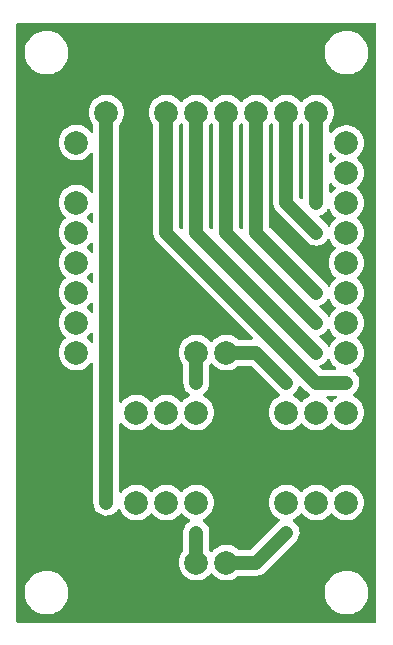
<source format=gbr>
%TF.GenerationSoftware,KiCad,Pcbnew,7.0.8*%
%TF.CreationDate,2023-10-30T13:37:48+01:00*%
%TF.ProjectId,chessbot,63686573-7362-46f7-942e-6b696361645f,rev?*%
%TF.SameCoordinates,Original*%
%TF.FileFunction,Copper,L1,Top*%
%TF.FilePolarity,Positive*%
%FSLAX46Y46*%
G04 Gerber Fmt 4.6, Leading zero omitted, Abs format (unit mm)*
G04 Created by KiCad (PCBNEW 7.0.8) date 2023-10-30 13:37:48*
%MOMM*%
%LPD*%
G01*
G04 APERTURE LIST*
%TA.AperFunction,ComponentPad*%
%ADD10C,2.000000*%
%TD*%
%TA.AperFunction,ViaPad*%
%ADD11C,0.800000*%
%TD*%
%TA.AperFunction,Conductor*%
%ADD12C,1.200000*%
%TD*%
G04 APERTURE END LIST*
D10*
%TO.P,M2,1,Pin_1*%
%TO.N,Net-(L293D1-3Y)*%
X27940000Y-40640000D03*
%TO.P,M2,2,Pin_2*%
%TO.N,Net-(L293D1-4Y)*%
X30480000Y-40640000D03*
%TD*%
%TO.P,M1,1,Pin_1*%
%TO.N,Net-(L293D1-1Y)*%
X30480000Y-58420000D03*
%TO.P,M1,2,Pin_2*%
%TO.N,Net-(L293D1-2Y)*%
X27940000Y-58420000D03*
%TD*%
%TO.P,VCC_Flash1,1,Pin_1*%
%TO.N,Net-(BT-M1-+)*%
X20320000Y-20320000D03*
%TO.P,VCC_Flash1,2,Pin_2*%
%TO.N,GND*%
X22860000Y-20320000D03*
%TO.P,VCC_Flash1,3,Pin_3*%
%TO.N,Net-(BT-ESP1-+)*%
X25400000Y-20320000D03*
%TO.P,VCC_Flash1,4,Pin_4*%
%TO.N,Net-(Conn_ESP1-Pin_8)*%
X27940000Y-20320000D03*
%TO.P,VCC_Flash1,5,Pin_5*%
%TO.N,Net-(Conn_ESP1-Pin_7)*%
X30480000Y-20320000D03*
%TO.P,VCC_Flash1,6,Pin_6*%
%TO.N,Net-(Conn_ESP1-Pin_6)*%
X33020000Y-20320000D03*
%TO.P,VCC_Flash1,7,Pin_7*%
%TO.N,Net-(Conn_ESP1-Pin_4)*%
X35560000Y-20320000D03*
%TO.P,VCC_Flash1,8,Pin_8*%
%TO.N,Net-(Conn_ESP1-Pin_3)*%
X38100000Y-20320000D03*
%TD*%
%TO.P,L293D1,1,EN1\u002C2*%
%TO.N,Net-(Conn_ESP2-Pin_4)*%
X40640000Y-53340000D03*
%TO.P,L293D1,2,1A*%
%TO.N,Net-(Conn_ESP2-Pin_1)*%
X38100000Y-53340000D03*
%TO.P,L293D1,3,1Y*%
%TO.N,Net-(L293D1-1Y)*%
X35560000Y-53340000D03*
%TO.P,L293D1,4,GND*%
%TO.N,GND*%
X33020000Y-53340000D03*
%TO.P,L293D1,5,GND*%
X30480000Y-53340000D03*
%TO.P,L293D1,6,2Y*%
%TO.N,Net-(L293D1-2Y)*%
X27940000Y-53340000D03*
%TO.P,L293D1,7,2A*%
%TO.N,Net-(Conn_ESP2-Pin_3)*%
X25400000Y-53340000D03*
%TO.P,L293D1,8,VCC2*%
%TO.N,Net-(BT-M1-+)*%
X22860000Y-53340000D03*
%TO.P,L293D1,9,EN3\u002C4*%
%TO.N,Net-(Conn_ESP2-Pin_4)*%
X22860000Y-45720000D03*
%TO.P,L293D1,10,3A*%
%TO.N,Net-(Conn_ESP2-Pin_5)*%
X25400000Y-45720000D03*
%TO.P,L293D1,11,3Y*%
%TO.N,Net-(L293D1-3Y)*%
X27940000Y-45720000D03*
%TO.P,L293D1,12,GND*%
%TO.N,GND*%
X30480000Y-45720000D03*
%TO.P,L293D1,13,GND*%
X33020000Y-45720000D03*
%TO.P,L293D1,14,4Y*%
%TO.N,Net-(L293D1-4Y)*%
X35560000Y-45720000D03*
%TO.P,L293D1,15,4A*%
%TO.N,Net-(Conn_ESP2-Pin_6)*%
X38100000Y-45720000D03*
%TO.P,L293D1,16,VCC1*%
%TO.N,Net-(BT-ESP1-+)*%
X40640000Y-45720000D03*
%TD*%
%TO.P,Conn_ESP2,1,Pin_1*%
%TO.N,Net-(Conn_ESP2-Pin_1)*%
X17780000Y-40640000D03*
%TO.P,Conn_ESP2,2,Pin_2*%
%TO.N,Net-(Conn_ESP2-Pin_2)*%
X17780000Y-38100000D03*
%TO.P,Conn_ESP2,3,Pin_3*%
%TO.N,Net-(Conn_ESP2-Pin_3)*%
X17780000Y-35560000D03*
%TO.P,Conn_ESP2,4,Pin_4*%
%TO.N,Net-(Conn_ESP2-Pin_4)*%
X17780000Y-33020000D03*
%TO.P,Conn_ESP2,5,Pin_5*%
%TO.N,Net-(Conn_ESP2-Pin_5)*%
X17780000Y-30480000D03*
%TO.P,Conn_ESP2,6,Pin_6*%
%TO.N,Net-(Conn_ESP2-Pin_6)*%
X17780000Y-27940000D03*
%TO.P,Conn_ESP2,7,Pin_7*%
%TO.N,GND*%
X17780000Y-25400000D03*
%TO.P,Conn_ESP2,8,Pin_8*%
%TO.N,Net-(BT-ESP1-+)*%
X17780000Y-22860000D03*
%TD*%
%TO.P,Conn_ESP1,1,Pin_1*%
%TO.N,unconnected-(Conn_ESP1-Pin_1-Pad1)*%
X40640000Y-22890000D03*
%TO.P,Conn_ESP1,2,Pin_2*%
%TO.N,unconnected-(Conn_ESP1-Pin_2-Pad2)*%
X40640000Y-25430000D03*
%TO.P,Conn_ESP1,3,Pin_3*%
%TO.N,Net-(Conn_ESP1-Pin_3)*%
X40640000Y-27970000D03*
%TO.P,Conn_ESP1,4,Pin_4*%
%TO.N,Net-(Conn_ESP1-Pin_4)*%
X40640000Y-30510000D03*
%TO.P,Conn_ESP1,5,Pin_5*%
%TO.N,unconnected-(Conn_ESP1-Pin_5-Pad5)*%
X40640000Y-33050000D03*
%TO.P,Conn_ESP1,6,Pin_6*%
%TO.N,Net-(Conn_ESP1-Pin_6)*%
X40640000Y-35590000D03*
%TO.P,Conn_ESP1,7,Pin_7*%
%TO.N,Net-(Conn_ESP1-Pin_7)*%
X40640000Y-38130000D03*
%TO.P,Conn_ESP1,8,Pin_8*%
%TO.N,Net-(Conn_ESP1-Pin_8)*%
X40640000Y-40670000D03*
%TD*%
D11*
%TO.N,GND*%
X22860000Y-15240000D03*
%TO.N,Net-(Conn_ESP1-Pin_6)*%
X38100000Y-35560000D03*
%TO.N,Net-(Conn_ESP1-Pin_7)*%
X38100000Y-38100000D03*
%TO.N,Net-(Conn_ESP1-Pin_3)*%
X38100000Y-27940000D03*
%TO.N,Net-(Conn_ESP1-Pin_4)*%
X38100000Y-30480000D03*
%TO.N,Net-(Conn_ESP1-Pin_8)*%
X38100000Y-40640000D03*
%TO.N,Net-(BT-ESP1-+)*%
X40640000Y-43180000D03*
X25400000Y-22860000D03*
%TO.N,Net-(BT-M1-+)*%
X20320000Y-53340000D03*
%TO.N,Net-(L293D1-4Y)*%
X35560000Y-43180000D03*
%TO.N,Net-(L293D1-3Y)*%
X27940000Y-43180000D03*
%TO.N,Net-(L293D1-2Y)*%
X27940000Y-55880000D03*
%TO.N,Net-(L293D1-1Y)*%
X35560000Y-55880000D03*
%TD*%
D12*
%TO.N,Net-(L293D1-4Y)*%
X30480000Y-40640000D02*
X33020000Y-40640000D01*
X33020000Y-40640000D02*
X35560000Y-43180000D01*
%TO.N,Net-(Conn_ESP1-Pin_8)*%
X38100000Y-40640000D02*
X27940000Y-30480000D01*
X27940000Y-30480000D02*
X27940000Y-20320000D01*
%TO.N,Net-(BT-M1-+)*%
X20320000Y-53340000D02*
X20320000Y-20320000D01*
%TO.N,Net-(Conn_ESP1-Pin_6)*%
X33020000Y-30480000D02*
X33020000Y-20320000D01*
X38100000Y-35560000D02*
X33020000Y-30480000D01*
%TO.N,Net-(Conn_ESP1-Pin_7)*%
X30480000Y-30480000D02*
X30480000Y-20320000D01*
X38100000Y-38100000D02*
X30480000Y-30480000D01*
%TO.N,Net-(Conn_ESP1-Pin_3)*%
X38100000Y-20320000D02*
X38100000Y-27940000D01*
%TO.N,Net-(Conn_ESP1-Pin_4)*%
X38100000Y-30480000D02*
X35560000Y-27940000D01*
X35560000Y-27940000D02*
X35560000Y-20320000D01*
%TO.N,Net-(BT-ESP1-+)*%
X25400000Y-22860000D02*
X25400000Y-30480000D01*
X38100000Y-43180000D02*
X40640000Y-43180000D01*
X25400000Y-30480000D02*
X38100000Y-43180000D01*
X25400000Y-22860000D02*
X25400000Y-20320000D01*
%TO.N,Net-(L293D1-3Y)*%
X27940000Y-43180000D02*
X27940000Y-40640000D01*
%TO.N,Net-(L293D1-2Y)*%
X27940000Y-58420000D02*
X27940000Y-55880000D01*
%TO.N,Net-(L293D1-1Y)*%
X33020000Y-58420000D02*
X35560000Y-55880000D01*
X30480000Y-58420000D02*
X33020000Y-58420000D01*
%TD*%
%TA.AperFunction,Conductor*%
%TO.N,GND*%
G36*
X43123039Y-12719685D02*
G01*
X43168794Y-12772489D01*
X43180000Y-12824000D01*
X43180000Y-63376000D01*
X43160315Y-63443039D01*
X43107511Y-63488794D01*
X43056000Y-63500000D01*
X12824000Y-63500000D01*
X12756961Y-63480315D01*
X12711206Y-63427511D01*
X12700000Y-63376000D01*
X12700000Y-61027763D01*
X13385787Y-61027763D01*
X13415413Y-61297013D01*
X13415415Y-61297024D01*
X13483926Y-61559082D01*
X13483928Y-61559088D01*
X13589870Y-61808390D01*
X13661998Y-61926575D01*
X13730979Y-62039605D01*
X13730986Y-62039615D01*
X13904253Y-62247819D01*
X13904259Y-62247824D01*
X14105998Y-62428582D01*
X14331910Y-62578044D01*
X14577176Y-62693020D01*
X14577183Y-62693022D01*
X14577185Y-62693023D01*
X14836557Y-62771057D01*
X14836564Y-62771058D01*
X14836569Y-62771060D01*
X15104561Y-62810500D01*
X15104566Y-62810500D01*
X15307636Y-62810500D01*
X15359133Y-62806730D01*
X15510156Y-62795677D01*
X15622758Y-62770593D01*
X15774546Y-62736782D01*
X15774548Y-62736781D01*
X15774553Y-62736780D01*
X16027558Y-62640014D01*
X16263777Y-62507441D01*
X16478177Y-62341888D01*
X16666186Y-62146881D01*
X16823799Y-61926579D01*
X16897787Y-61782669D01*
X16947649Y-61685690D01*
X16947651Y-61685684D01*
X16947656Y-61685675D01*
X17035118Y-61429305D01*
X17084319Y-61162933D01*
X17089259Y-61027763D01*
X38785787Y-61027763D01*
X38815413Y-61297013D01*
X38815415Y-61297024D01*
X38883926Y-61559082D01*
X38883928Y-61559088D01*
X38989870Y-61808390D01*
X39061998Y-61926575D01*
X39130979Y-62039605D01*
X39130986Y-62039615D01*
X39304253Y-62247819D01*
X39304259Y-62247824D01*
X39505998Y-62428582D01*
X39731910Y-62578044D01*
X39977176Y-62693020D01*
X39977183Y-62693022D01*
X39977185Y-62693023D01*
X40236557Y-62771057D01*
X40236564Y-62771058D01*
X40236569Y-62771060D01*
X40504561Y-62810500D01*
X40504566Y-62810500D01*
X40707636Y-62810500D01*
X40759133Y-62806730D01*
X40910156Y-62795677D01*
X41022758Y-62770593D01*
X41174546Y-62736782D01*
X41174548Y-62736781D01*
X41174553Y-62736780D01*
X41427558Y-62640014D01*
X41663777Y-62507441D01*
X41878177Y-62341888D01*
X42066186Y-62146881D01*
X42223799Y-61926579D01*
X42297787Y-61782669D01*
X42347649Y-61685690D01*
X42347651Y-61685684D01*
X42347656Y-61685675D01*
X42435118Y-61429305D01*
X42484319Y-61162933D01*
X42494212Y-60892235D01*
X42464586Y-60622982D01*
X42396072Y-60360912D01*
X42290130Y-60111610D01*
X42149018Y-59880390D01*
X42059747Y-59773119D01*
X41975746Y-59672180D01*
X41975740Y-59672175D01*
X41774002Y-59491418D01*
X41548092Y-59341957D01*
X41499118Y-59318999D01*
X41302824Y-59226980D01*
X41302819Y-59226978D01*
X41302814Y-59226976D01*
X41043442Y-59148942D01*
X41043428Y-59148939D01*
X40927791Y-59131921D01*
X40775439Y-59109500D01*
X40572369Y-59109500D01*
X40572364Y-59109500D01*
X40369844Y-59124323D01*
X40369831Y-59124325D01*
X40105453Y-59183217D01*
X40105446Y-59183220D01*
X39852439Y-59279987D01*
X39616226Y-59412557D01*
X39616224Y-59412558D01*
X39616223Y-59412559D01*
X39572506Y-59446316D01*
X39401822Y-59578112D01*
X39213822Y-59773109D01*
X39213816Y-59773116D01*
X39056202Y-59993419D01*
X39056199Y-59993424D01*
X38932350Y-60234309D01*
X38932343Y-60234327D01*
X38844884Y-60490685D01*
X38844881Y-60490699D01*
X38795681Y-60757068D01*
X38795680Y-60757075D01*
X38785787Y-61027763D01*
X17089259Y-61027763D01*
X17094212Y-60892235D01*
X17064586Y-60622982D01*
X16996072Y-60360912D01*
X16890130Y-60111610D01*
X16749018Y-59880390D01*
X16659747Y-59773119D01*
X16575746Y-59672180D01*
X16575740Y-59672175D01*
X16374002Y-59491418D01*
X16148092Y-59341957D01*
X16099118Y-59318999D01*
X15902824Y-59226980D01*
X15902819Y-59226978D01*
X15902814Y-59226976D01*
X15643442Y-59148942D01*
X15643428Y-59148939D01*
X15527791Y-59131921D01*
X15375439Y-59109500D01*
X15172369Y-59109500D01*
X15172364Y-59109500D01*
X14969844Y-59124323D01*
X14969831Y-59124325D01*
X14705453Y-59183217D01*
X14705446Y-59183220D01*
X14452439Y-59279987D01*
X14216226Y-59412557D01*
X14216224Y-59412558D01*
X14216223Y-59412559D01*
X14172506Y-59446316D01*
X14001822Y-59578112D01*
X13813822Y-59773109D01*
X13813816Y-59773116D01*
X13656202Y-59993419D01*
X13656199Y-59993424D01*
X13532350Y-60234309D01*
X13532343Y-60234327D01*
X13444884Y-60490685D01*
X13444881Y-60490699D01*
X13395681Y-60757068D01*
X13395680Y-60757075D01*
X13385787Y-61027763D01*
X12700000Y-61027763D01*
X12700000Y-40640005D01*
X16274357Y-40640005D01*
X16294890Y-40887812D01*
X16294892Y-40887824D01*
X16355936Y-41128881D01*
X16455826Y-41356606D01*
X16591833Y-41564782D01*
X16591836Y-41564785D01*
X16760256Y-41747738D01*
X16956491Y-41900474D01*
X17175190Y-42018828D01*
X17410386Y-42099571D01*
X17655665Y-42140500D01*
X17904335Y-42140500D01*
X18149614Y-42099571D01*
X18384810Y-42018828D01*
X18603509Y-41900474D01*
X18799744Y-41747738D01*
X18968164Y-41564785D01*
X18991691Y-41528773D01*
X19044837Y-41483417D01*
X19114068Y-41473993D01*
X19177404Y-41503494D01*
X19214736Y-41562554D01*
X19219500Y-41596595D01*
X19219500Y-53392425D01*
X19234472Y-53549218D01*
X19293684Y-53750875D01*
X19333899Y-53828881D01*
X19389991Y-53937686D01*
X19519905Y-54102883D01*
X19519909Y-54102887D01*
X19678746Y-54240521D01*
X19860750Y-54345601D01*
X19860752Y-54345601D01*
X19860756Y-54345604D01*
X20059367Y-54414344D01*
X20267398Y-54444254D01*
X20477330Y-54434254D01*
X20681576Y-54384704D01*
X20767199Y-54345601D01*
X20872743Y-54297401D01*
X20872746Y-54297399D01*
X20872753Y-54297396D01*
X21043952Y-54175486D01*
X21113179Y-54102883D01*
X21188987Y-54023377D01*
X21261467Y-53910597D01*
X21314271Y-53864842D01*
X21383429Y-53854898D01*
X21446985Y-53883923D01*
X21479338Y-53927826D01*
X21535826Y-54056606D01*
X21671833Y-54264782D01*
X21671836Y-54264785D01*
X21840256Y-54447738D01*
X22036491Y-54600474D01*
X22255190Y-54718828D01*
X22490386Y-54799571D01*
X22735665Y-54840500D01*
X22984335Y-54840500D01*
X23229614Y-54799571D01*
X23464810Y-54718828D01*
X23683509Y-54600474D01*
X23879744Y-54447738D01*
X24038771Y-54274988D01*
X24098657Y-54238999D01*
X24168495Y-54241099D01*
X24221228Y-54274988D01*
X24380256Y-54447738D01*
X24576491Y-54600474D01*
X24795190Y-54718828D01*
X25030386Y-54799571D01*
X25275665Y-54840500D01*
X25524335Y-54840500D01*
X25769614Y-54799571D01*
X26004810Y-54718828D01*
X26223509Y-54600474D01*
X26419744Y-54447738D01*
X26578771Y-54274988D01*
X26638657Y-54238999D01*
X26708495Y-54241099D01*
X26761228Y-54274988D01*
X26920256Y-54447738D01*
X27116491Y-54600474D01*
X27335190Y-54718828D01*
X27335201Y-54718831D01*
X27339885Y-54720887D01*
X27339461Y-54721851D01*
X27392212Y-54759215D01*
X27418343Y-54824014D01*
X27405294Y-54892654D01*
X27366862Y-54937119D01*
X27216052Y-55044509D01*
X27216040Y-55044520D01*
X27071014Y-55196620D01*
X26957388Y-55373425D01*
X26879274Y-55568544D01*
X26839500Y-55774914D01*
X26839500Y-57351600D01*
X26819815Y-57418639D01*
X26806731Y-57435582D01*
X26751834Y-57495217D01*
X26615826Y-57703393D01*
X26515936Y-57931118D01*
X26454892Y-58172175D01*
X26454890Y-58172187D01*
X26434357Y-58419994D01*
X26434357Y-58420005D01*
X26454890Y-58667812D01*
X26454892Y-58667824D01*
X26515936Y-58908881D01*
X26615826Y-59136606D01*
X26751833Y-59344782D01*
X26751836Y-59344785D01*
X26920256Y-59527738D01*
X27116491Y-59680474D01*
X27335190Y-59798828D01*
X27570386Y-59879571D01*
X27815665Y-59920500D01*
X28064335Y-59920500D01*
X28309614Y-59879571D01*
X28544810Y-59798828D01*
X28763509Y-59680474D01*
X28959744Y-59527738D01*
X29118771Y-59354988D01*
X29178657Y-59318999D01*
X29248495Y-59321099D01*
X29301228Y-59354988D01*
X29460256Y-59527738D01*
X29656491Y-59680474D01*
X29875190Y-59798828D01*
X30110386Y-59879571D01*
X30355665Y-59920500D01*
X30604335Y-59920500D01*
X30849614Y-59879571D01*
X31084810Y-59798828D01*
X31303509Y-59680474D01*
X31475451Y-59546645D01*
X31540445Y-59521004D01*
X31551613Y-59520500D01*
X32917763Y-59520500D01*
X32938326Y-59522216D01*
X32941134Y-59522689D01*
X33031086Y-59520547D01*
X33033085Y-59520500D01*
X33072417Y-59520500D01*
X33072425Y-59520500D01*
X33072434Y-59520499D01*
X33072436Y-59520499D01*
X33073305Y-59520415D01*
X33083291Y-59519462D01*
X33087692Y-59519199D01*
X33151245Y-59517687D01*
X33186260Y-59510069D01*
X33193536Y-59508934D01*
X33229218Y-59505528D01*
X33290232Y-59487611D01*
X33294488Y-59486525D01*
X33356612Y-59473013D01*
X33389557Y-59458904D01*
X33396488Y-59456412D01*
X33430875Y-59446316D01*
X33487385Y-59417182D01*
X33491375Y-59415303D01*
X33505795Y-59409127D01*
X33549812Y-59390279D01*
X33579495Y-59370187D01*
X33585815Y-59366438D01*
X33617682Y-59350011D01*
X33667663Y-59310702D01*
X33671221Y-59308105D01*
X33723865Y-59272477D01*
X33749211Y-59247129D01*
X33754720Y-59242240D01*
X33782886Y-59220092D01*
X33782888Y-59220088D01*
X33782890Y-59220088D01*
X33814838Y-59183217D01*
X33824524Y-59172038D01*
X33827506Y-59168834D01*
X36375241Y-56621101D01*
X36475523Y-56499645D01*
X36576247Y-56315183D01*
X36640242Y-56114992D01*
X36665192Y-55906309D01*
X36650199Y-55696674D01*
X36595804Y-55493665D01*
X36503971Y-55304620D01*
X36378020Y-55136370D01*
X36222505Y-54994997D01*
X36222502Y-54994995D01*
X36222501Y-54994994D01*
X36137341Y-54943086D01*
X36090342Y-54891386D01*
X36078756Y-54822483D01*
X36106260Y-54758255D01*
X36160141Y-54720948D01*
X36160115Y-54720887D01*
X36160429Y-54720748D01*
X36161624Y-54719921D01*
X36164810Y-54718828D01*
X36383509Y-54600474D01*
X36579744Y-54447738D01*
X36738771Y-54274988D01*
X36798657Y-54238999D01*
X36868495Y-54241099D01*
X36921228Y-54274988D01*
X37080256Y-54447738D01*
X37276491Y-54600474D01*
X37495190Y-54718828D01*
X37730386Y-54799571D01*
X37975665Y-54840500D01*
X38224335Y-54840500D01*
X38469614Y-54799571D01*
X38704810Y-54718828D01*
X38923509Y-54600474D01*
X39119744Y-54447738D01*
X39278771Y-54274988D01*
X39338657Y-54238999D01*
X39408495Y-54241099D01*
X39461228Y-54274988D01*
X39620256Y-54447738D01*
X39816491Y-54600474D01*
X40035190Y-54718828D01*
X40270386Y-54799571D01*
X40515665Y-54840500D01*
X40764335Y-54840500D01*
X41009614Y-54799571D01*
X41244810Y-54718828D01*
X41463509Y-54600474D01*
X41659744Y-54447738D01*
X41828164Y-54264785D01*
X41964173Y-54056607D01*
X42064063Y-53828881D01*
X42125108Y-53587821D01*
X42125109Y-53587812D01*
X42145643Y-53340005D01*
X42145643Y-53339994D01*
X42125109Y-53092187D01*
X42125107Y-53092175D01*
X42064063Y-52851118D01*
X41964173Y-52623393D01*
X41828166Y-52415217D01*
X41798880Y-52383404D01*
X41659744Y-52232262D01*
X41463509Y-52079526D01*
X41463507Y-52079525D01*
X41463506Y-52079524D01*
X41244811Y-51961172D01*
X41244802Y-51961169D01*
X41009616Y-51880429D01*
X40764335Y-51839500D01*
X40515665Y-51839500D01*
X40270383Y-51880429D01*
X40035197Y-51961169D01*
X40035188Y-51961172D01*
X39816493Y-52079524D01*
X39620257Y-52232261D01*
X39461230Y-52405010D01*
X39401342Y-52441001D01*
X39331504Y-52438900D01*
X39278770Y-52405010D01*
X39239108Y-52361926D01*
X39119744Y-52232262D01*
X38923509Y-52079526D01*
X38923507Y-52079525D01*
X38923506Y-52079524D01*
X38704811Y-51961172D01*
X38704802Y-51961169D01*
X38469616Y-51880429D01*
X38224335Y-51839500D01*
X37975665Y-51839500D01*
X37730383Y-51880429D01*
X37495197Y-51961169D01*
X37495188Y-51961172D01*
X37276493Y-52079524D01*
X37080257Y-52232261D01*
X36921230Y-52405010D01*
X36861342Y-52441001D01*
X36791504Y-52438900D01*
X36738770Y-52405010D01*
X36699108Y-52361926D01*
X36579744Y-52232262D01*
X36383509Y-52079526D01*
X36383507Y-52079525D01*
X36383506Y-52079524D01*
X36164811Y-51961172D01*
X36164802Y-51961169D01*
X35929616Y-51880429D01*
X35684335Y-51839500D01*
X35435665Y-51839500D01*
X35190383Y-51880429D01*
X34955197Y-51961169D01*
X34955188Y-51961172D01*
X34736493Y-52079524D01*
X34540257Y-52232261D01*
X34371833Y-52415217D01*
X34235826Y-52623393D01*
X34135936Y-52851118D01*
X34074892Y-53092175D01*
X34074890Y-53092187D01*
X34054357Y-53339994D01*
X34054357Y-53340005D01*
X34074890Y-53587812D01*
X34074892Y-53587824D01*
X34135936Y-53828881D01*
X34235826Y-54056606D01*
X34371833Y-54264782D01*
X34371836Y-54264785D01*
X34540256Y-54447738D01*
X34736491Y-54600474D01*
X34955190Y-54718828D01*
X34957036Y-54719461D01*
X34957687Y-54719923D01*
X34959885Y-54720887D01*
X34959686Y-54721339D01*
X35014053Y-54759843D01*
X35040188Y-54824641D01*
X35027141Y-54893282D01*
X34986283Y-54939435D01*
X34856144Y-55027515D01*
X34856132Y-55027525D01*
X32600477Y-57283181D01*
X32539154Y-57316666D01*
X32512796Y-57319500D01*
X31551613Y-57319500D01*
X31484574Y-57299815D01*
X31475451Y-57293354D01*
X31303506Y-57159524D01*
X31084811Y-57041172D01*
X31084802Y-57041169D01*
X30849616Y-56960429D01*
X30604335Y-56919500D01*
X30355665Y-56919500D01*
X30110383Y-56960429D01*
X29875197Y-57041169D01*
X29875188Y-57041172D01*
X29656493Y-57159524D01*
X29460255Y-57312262D01*
X29460252Y-57312265D01*
X29301228Y-57485011D01*
X29241341Y-57521002D01*
X29171503Y-57518901D01*
X29118769Y-57485010D01*
X29095775Y-57460031D01*
X29073269Y-57435582D01*
X29042348Y-57372927D01*
X29040500Y-57351601D01*
X29040500Y-55827580D01*
X29040500Y-55827575D01*
X29025528Y-55670782D01*
X28966316Y-55469125D01*
X28870011Y-55282318D01*
X28870009Y-55282316D01*
X28870008Y-55282313D01*
X28740094Y-55117116D01*
X28740090Y-55117112D01*
X28581253Y-54979478D01*
X28520475Y-54944388D01*
X28472259Y-54893821D01*
X28459037Y-54825214D01*
X28485005Y-54760349D01*
X28540188Y-54721053D01*
X28540115Y-54720887D01*
X28540914Y-54720536D01*
X28541919Y-54719821D01*
X28542066Y-54719769D01*
X28544810Y-54718828D01*
X28763509Y-54600474D01*
X28959744Y-54447738D01*
X29128164Y-54264785D01*
X29264173Y-54056607D01*
X29364063Y-53828881D01*
X29425108Y-53587821D01*
X29425109Y-53587812D01*
X29445643Y-53340005D01*
X29445643Y-53339994D01*
X29425109Y-53092187D01*
X29425107Y-53092175D01*
X29364063Y-52851118D01*
X29264173Y-52623393D01*
X29128166Y-52415217D01*
X29098880Y-52383404D01*
X28959744Y-52232262D01*
X28763509Y-52079526D01*
X28763507Y-52079525D01*
X28763506Y-52079524D01*
X28544811Y-51961172D01*
X28544802Y-51961169D01*
X28309616Y-51880429D01*
X28064335Y-51839500D01*
X27815665Y-51839500D01*
X27570383Y-51880429D01*
X27335197Y-51961169D01*
X27335188Y-51961172D01*
X27116493Y-52079524D01*
X26920257Y-52232261D01*
X26761230Y-52405010D01*
X26701342Y-52441001D01*
X26631504Y-52438900D01*
X26578770Y-52405010D01*
X26539108Y-52361926D01*
X26419744Y-52232262D01*
X26223509Y-52079526D01*
X26223507Y-52079525D01*
X26223506Y-52079524D01*
X26004811Y-51961172D01*
X26004802Y-51961169D01*
X25769616Y-51880429D01*
X25524335Y-51839500D01*
X25275665Y-51839500D01*
X25030383Y-51880429D01*
X24795197Y-51961169D01*
X24795188Y-51961172D01*
X24576493Y-52079524D01*
X24380257Y-52232261D01*
X24221230Y-52405010D01*
X24161342Y-52441001D01*
X24091504Y-52438900D01*
X24038770Y-52405010D01*
X23999108Y-52361926D01*
X23879744Y-52232262D01*
X23683509Y-52079526D01*
X23683507Y-52079525D01*
X23683506Y-52079524D01*
X23464811Y-51961172D01*
X23464802Y-51961169D01*
X23229616Y-51880429D01*
X22984335Y-51839500D01*
X22735665Y-51839500D01*
X22490383Y-51880429D01*
X22255197Y-51961169D01*
X22255188Y-51961172D01*
X22036493Y-52079524D01*
X21840257Y-52232261D01*
X21671836Y-52415215D01*
X21648309Y-52451226D01*
X21595162Y-52496582D01*
X21525931Y-52506006D01*
X21462595Y-52476504D01*
X21425264Y-52417443D01*
X21420500Y-52383404D01*
X21420500Y-46676595D01*
X21440185Y-46609556D01*
X21492989Y-46563801D01*
X21562147Y-46553857D01*
X21625703Y-46582882D01*
X21648308Y-46608773D01*
X21671836Y-46644785D01*
X21840256Y-46827738D01*
X22036491Y-46980474D01*
X22255190Y-47098828D01*
X22490386Y-47179571D01*
X22735665Y-47220500D01*
X22984335Y-47220500D01*
X23229614Y-47179571D01*
X23464810Y-47098828D01*
X23683509Y-46980474D01*
X23879744Y-46827738D01*
X24038771Y-46654988D01*
X24098657Y-46618999D01*
X24168495Y-46621099D01*
X24221228Y-46654988D01*
X24380256Y-46827738D01*
X24576491Y-46980474D01*
X24795190Y-47098828D01*
X25030386Y-47179571D01*
X25275665Y-47220500D01*
X25524335Y-47220500D01*
X25769614Y-47179571D01*
X26004810Y-47098828D01*
X26223509Y-46980474D01*
X26419744Y-46827738D01*
X26578771Y-46654988D01*
X26638657Y-46618999D01*
X26708495Y-46621099D01*
X26761228Y-46654988D01*
X26920256Y-46827738D01*
X27116491Y-46980474D01*
X27335190Y-47098828D01*
X27570386Y-47179571D01*
X27815665Y-47220500D01*
X28064335Y-47220500D01*
X28309614Y-47179571D01*
X28544810Y-47098828D01*
X28763509Y-46980474D01*
X28959744Y-46827738D01*
X29128164Y-46644785D01*
X29264173Y-46436607D01*
X29364063Y-46208881D01*
X29425108Y-45967821D01*
X29445643Y-45720000D01*
X29425108Y-45472179D01*
X29364063Y-45231119D01*
X29264173Y-45003393D01*
X29168206Y-44856504D01*
X29128166Y-44795217D01*
X29098880Y-44763404D01*
X28959744Y-44612262D01*
X28763509Y-44459526D01*
X28763507Y-44459525D01*
X28763506Y-44459524D01*
X28544811Y-44341172D01*
X28544798Y-44341167D01*
X28544789Y-44341164D01*
X28544785Y-44341161D01*
X28540115Y-44339113D01*
X28540536Y-44338151D01*
X28487778Y-44300773D01*
X28461654Y-44235970D01*
X28474712Y-44167332D01*
X28513135Y-44122881D01*
X28663952Y-44015486D01*
X28683256Y-43995241D01*
X28808985Y-43863379D01*
X28864057Y-43777686D01*
X28922613Y-43686572D01*
X29000725Y-43491457D01*
X29040500Y-43285085D01*
X29040500Y-41708398D01*
X29060185Y-41641359D01*
X29073270Y-41624415D01*
X29118771Y-41574988D01*
X29178657Y-41538998D01*
X29248496Y-41541099D01*
X29301228Y-41574988D01*
X29460256Y-41747738D01*
X29656491Y-41900474D01*
X29875190Y-42018828D01*
X30110386Y-42099571D01*
X30355665Y-42140500D01*
X30604335Y-42140500D01*
X30849614Y-42099571D01*
X31084810Y-42018828D01*
X31303509Y-41900474D01*
X31475451Y-41766645D01*
X31540445Y-41741004D01*
X31551613Y-41740500D01*
X32512796Y-41740500D01*
X32579835Y-41760185D01*
X32600477Y-41776819D01*
X34818895Y-43995238D01*
X34818903Y-43995245D01*
X34940350Y-44095520D01*
X34940353Y-44095521D01*
X34940355Y-44095523D01*
X34975444Y-44114683D01*
X35024850Y-44164088D01*
X35039702Y-44232360D01*
X35015285Y-44297825D01*
X34959352Y-44339697D01*
X34956300Y-44340790D01*
X34955201Y-44341167D01*
X34955188Y-44341172D01*
X34736493Y-44459524D01*
X34540257Y-44612261D01*
X34371833Y-44795217D01*
X34235826Y-45003393D01*
X34135936Y-45231118D01*
X34074892Y-45472175D01*
X34074890Y-45472187D01*
X34054357Y-45719994D01*
X34054357Y-45720005D01*
X34074890Y-45967812D01*
X34074892Y-45967824D01*
X34135936Y-46208881D01*
X34235826Y-46436606D01*
X34371833Y-46644782D01*
X34371836Y-46644785D01*
X34540256Y-46827738D01*
X34736491Y-46980474D01*
X34955190Y-47098828D01*
X35190386Y-47179571D01*
X35435665Y-47220500D01*
X35684335Y-47220500D01*
X35929614Y-47179571D01*
X36164810Y-47098828D01*
X36383509Y-46980474D01*
X36579744Y-46827738D01*
X36738771Y-46654988D01*
X36798657Y-46618999D01*
X36868495Y-46621099D01*
X36921228Y-46654988D01*
X37080256Y-46827738D01*
X37276491Y-46980474D01*
X37495190Y-47098828D01*
X37730386Y-47179571D01*
X37975665Y-47220500D01*
X38224335Y-47220500D01*
X38469614Y-47179571D01*
X38704810Y-47098828D01*
X38923509Y-46980474D01*
X39119744Y-46827738D01*
X39278771Y-46654988D01*
X39338657Y-46618999D01*
X39408495Y-46621099D01*
X39461228Y-46654988D01*
X39620256Y-46827738D01*
X39816491Y-46980474D01*
X40035190Y-47098828D01*
X40270386Y-47179571D01*
X40515665Y-47220500D01*
X40764335Y-47220500D01*
X41009614Y-47179571D01*
X41244810Y-47098828D01*
X41463509Y-46980474D01*
X41659744Y-46827738D01*
X41828164Y-46644785D01*
X41964173Y-46436607D01*
X42064063Y-46208881D01*
X42125108Y-45967821D01*
X42145643Y-45720000D01*
X42125108Y-45472179D01*
X42064063Y-45231119D01*
X41964173Y-45003393D01*
X41868206Y-44856504D01*
X41828166Y-44795217D01*
X41798880Y-44763404D01*
X41659744Y-44612262D01*
X41463509Y-44459526D01*
X41463507Y-44459525D01*
X41463506Y-44459524D01*
X41244811Y-44341172D01*
X41240115Y-44339113D01*
X41240709Y-44337758D01*
X41189190Y-44301268D01*
X41163058Y-44236469D01*
X41176106Y-44167829D01*
X41224193Y-44117140D01*
X41229640Y-44114156D01*
X41237682Y-44110011D01*
X41402886Y-43980092D01*
X41540519Y-43821256D01*
X41645604Y-43639244D01*
X41714344Y-43440633D01*
X41744254Y-43232602D01*
X41734254Y-43022670D01*
X41684704Y-42818424D01*
X41684701Y-42818417D01*
X41597401Y-42627256D01*
X41597398Y-42627251D01*
X41597397Y-42627250D01*
X41597396Y-42627247D01*
X41475486Y-42456048D01*
X41475484Y-42456046D01*
X41475479Y-42456040D01*
X41323379Y-42311014D01*
X41242559Y-42259074D01*
X41196804Y-42206270D01*
X41186861Y-42137112D01*
X41215886Y-42073556D01*
X41250580Y-42045705D01*
X41463509Y-41930474D01*
X41659744Y-41777738D01*
X41828164Y-41594785D01*
X41964173Y-41386607D01*
X42064063Y-41158881D01*
X42125108Y-40917821D01*
X42145643Y-40670000D01*
X42143157Y-40640000D01*
X42125109Y-40422187D01*
X42125107Y-40422175D01*
X42064063Y-40181118D01*
X41964173Y-39953393D01*
X41828166Y-39745217D01*
X41771263Y-39683404D01*
X41659744Y-39562262D01*
X41576991Y-39497852D01*
X41536179Y-39441143D01*
X41532504Y-39371370D01*
X41567136Y-39310687D01*
X41576985Y-39302151D01*
X41659744Y-39237738D01*
X41828164Y-39054785D01*
X41964173Y-38846607D01*
X42064063Y-38618881D01*
X42125108Y-38377821D01*
X42145643Y-38130000D01*
X42143157Y-38100000D01*
X42125109Y-37882187D01*
X42125107Y-37882175D01*
X42064063Y-37641118D01*
X41964173Y-37413393D01*
X41828166Y-37205217D01*
X41771263Y-37143404D01*
X41659744Y-37022262D01*
X41576991Y-36957852D01*
X41536179Y-36901143D01*
X41532504Y-36831370D01*
X41567136Y-36770687D01*
X41576985Y-36762151D01*
X41659744Y-36697738D01*
X41828164Y-36514785D01*
X41964173Y-36306607D01*
X42064063Y-36078881D01*
X42125108Y-35837821D01*
X42145643Y-35590000D01*
X42143157Y-35560000D01*
X42125109Y-35342187D01*
X42125107Y-35342175D01*
X42064063Y-35101118D01*
X41964173Y-34873393D01*
X41828166Y-34665217D01*
X41771263Y-34603404D01*
X41659744Y-34482262D01*
X41576991Y-34417852D01*
X41536179Y-34361143D01*
X41532504Y-34291370D01*
X41567136Y-34230687D01*
X41576985Y-34222151D01*
X41659744Y-34157738D01*
X41828164Y-33974785D01*
X41964173Y-33766607D01*
X42064063Y-33538881D01*
X42125108Y-33297821D01*
X42145643Y-33050000D01*
X42143157Y-33020000D01*
X42125109Y-32802187D01*
X42125107Y-32802175D01*
X42064063Y-32561118D01*
X41964173Y-32333393D01*
X41828166Y-32125217D01*
X41771263Y-32063404D01*
X41659744Y-31942262D01*
X41576991Y-31877852D01*
X41536179Y-31821143D01*
X41532504Y-31751370D01*
X41567136Y-31690687D01*
X41576985Y-31682151D01*
X41659744Y-31617738D01*
X41828164Y-31434785D01*
X41964173Y-31226607D01*
X42064063Y-30998881D01*
X42125108Y-30757821D01*
X42125109Y-30757812D01*
X42145643Y-30510005D01*
X42145643Y-30509994D01*
X42125109Y-30262187D01*
X42125107Y-30262175D01*
X42064063Y-30021118D01*
X41964173Y-29793393D01*
X41828166Y-29585217D01*
X41771263Y-29523404D01*
X41659744Y-29402262D01*
X41576991Y-29337852D01*
X41536179Y-29281143D01*
X41532504Y-29211370D01*
X41567136Y-29150687D01*
X41576985Y-29142151D01*
X41659744Y-29077738D01*
X41828164Y-28894785D01*
X41964173Y-28686607D01*
X42064063Y-28458881D01*
X42125108Y-28217821D01*
X42125109Y-28217812D01*
X42145643Y-27970005D01*
X42145643Y-27969994D01*
X42125109Y-27722187D01*
X42125107Y-27722175D01*
X42064063Y-27481118D01*
X41964173Y-27253393D01*
X41828166Y-27045217D01*
X41771263Y-26983404D01*
X41659744Y-26862262D01*
X41576991Y-26797852D01*
X41536179Y-26741143D01*
X41532504Y-26671370D01*
X41567136Y-26610687D01*
X41576985Y-26602151D01*
X41659744Y-26537738D01*
X41828164Y-26354785D01*
X41964173Y-26146607D01*
X42064063Y-25918881D01*
X42125108Y-25677821D01*
X42145643Y-25430000D01*
X42125108Y-25182179D01*
X42064063Y-24941119D01*
X41964173Y-24713393D01*
X41868206Y-24566504D01*
X41828166Y-24505217D01*
X41798880Y-24473404D01*
X41659744Y-24322262D01*
X41576991Y-24257852D01*
X41536179Y-24201143D01*
X41532504Y-24131370D01*
X41567136Y-24070687D01*
X41576985Y-24062151D01*
X41659744Y-23997738D01*
X41828164Y-23814785D01*
X41964173Y-23606607D01*
X42064063Y-23378881D01*
X42125108Y-23137821D01*
X42145643Y-22890000D01*
X42143157Y-22860000D01*
X42125109Y-22642187D01*
X42125107Y-22642175D01*
X42064063Y-22401118D01*
X41964173Y-22173393D01*
X41828166Y-21965217D01*
X41771263Y-21903404D01*
X41659744Y-21782262D01*
X41463509Y-21629526D01*
X41463507Y-21629525D01*
X41463506Y-21629524D01*
X41244811Y-21511172D01*
X41244802Y-21511169D01*
X41009616Y-21430429D01*
X40764335Y-21389500D01*
X40515665Y-21389500D01*
X40270383Y-21430429D01*
X40035197Y-21511169D01*
X40035188Y-21511172D01*
X39816493Y-21629524D01*
X39658801Y-21752261D01*
X39620256Y-21782262D01*
X39451836Y-21965215D01*
X39430994Y-21997117D01*
X39428309Y-22001226D01*
X39375162Y-22046582D01*
X39305931Y-22056006D01*
X39242595Y-22026504D01*
X39205264Y-21967443D01*
X39200500Y-21933404D01*
X39200500Y-21388398D01*
X39220185Y-21321359D01*
X39233271Y-21304415D01*
X39288163Y-21244786D01*
X39288164Y-21244785D01*
X39424173Y-21036607D01*
X39524063Y-20808881D01*
X39585108Y-20567821D01*
X39605643Y-20320000D01*
X39585108Y-20072179D01*
X39524063Y-19831119D01*
X39424173Y-19603393D01*
X39305011Y-19421001D01*
X39288166Y-19395217D01*
X39266557Y-19371744D01*
X39119744Y-19212262D01*
X38923509Y-19059526D01*
X38923507Y-19059525D01*
X38923506Y-19059524D01*
X38704811Y-18941172D01*
X38704802Y-18941169D01*
X38469616Y-18860429D01*
X38224335Y-18819500D01*
X37975665Y-18819500D01*
X37730383Y-18860429D01*
X37495197Y-18941169D01*
X37495188Y-18941172D01*
X37276493Y-19059524D01*
X37080257Y-19212261D01*
X36921230Y-19385010D01*
X36861342Y-19421001D01*
X36791504Y-19418900D01*
X36738770Y-19385010D01*
X36699108Y-19341926D01*
X36579744Y-19212262D01*
X36383509Y-19059526D01*
X36383507Y-19059525D01*
X36383506Y-19059524D01*
X36164811Y-18941172D01*
X36164802Y-18941169D01*
X35929616Y-18860429D01*
X35684335Y-18819500D01*
X35435665Y-18819500D01*
X35190383Y-18860429D01*
X34955197Y-18941169D01*
X34955188Y-18941172D01*
X34736493Y-19059524D01*
X34540257Y-19212261D01*
X34381230Y-19385010D01*
X34321342Y-19421001D01*
X34251504Y-19418900D01*
X34198770Y-19385010D01*
X34159108Y-19341926D01*
X34039744Y-19212262D01*
X33843509Y-19059526D01*
X33843507Y-19059525D01*
X33843506Y-19059524D01*
X33624811Y-18941172D01*
X33624802Y-18941169D01*
X33389616Y-18860429D01*
X33144335Y-18819500D01*
X32895665Y-18819500D01*
X32650383Y-18860429D01*
X32415197Y-18941169D01*
X32415188Y-18941172D01*
X32196493Y-19059524D01*
X32000257Y-19212261D01*
X31841230Y-19385010D01*
X31781342Y-19421001D01*
X31711504Y-19418900D01*
X31658770Y-19385010D01*
X31619108Y-19341926D01*
X31499744Y-19212262D01*
X31303509Y-19059526D01*
X31303507Y-19059525D01*
X31303506Y-19059524D01*
X31084811Y-18941172D01*
X31084802Y-18941169D01*
X30849616Y-18860429D01*
X30604335Y-18819500D01*
X30355665Y-18819500D01*
X30110383Y-18860429D01*
X29875197Y-18941169D01*
X29875188Y-18941172D01*
X29656493Y-19059524D01*
X29460257Y-19212261D01*
X29301230Y-19385010D01*
X29241342Y-19421001D01*
X29171504Y-19418900D01*
X29118770Y-19385010D01*
X29079108Y-19341926D01*
X28959744Y-19212262D01*
X28763509Y-19059526D01*
X28763507Y-19059525D01*
X28763506Y-19059524D01*
X28544811Y-18941172D01*
X28544802Y-18941169D01*
X28309616Y-18860429D01*
X28064335Y-18819500D01*
X27815665Y-18819500D01*
X27570383Y-18860429D01*
X27335197Y-18941169D01*
X27335188Y-18941172D01*
X27116493Y-19059524D01*
X26920257Y-19212261D01*
X26761230Y-19385010D01*
X26701342Y-19421001D01*
X26631504Y-19418900D01*
X26578770Y-19385010D01*
X26539108Y-19341926D01*
X26419744Y-19212262D01*
X26223509Y-19059526D01*
X26223507Y-19059525D01*
X26223506Y-19059524D01*
X26004811Y-18941172D01*
X26004802Y-18941169D01*
X25769616Y-18860429D01*
X25524335Y-18819500D01*
X25275665Y-18819500D01*
X25030383Y-18860429D01*
X24795197Y-18941169D01*
X24795188Y-18941172D01*
X24576493Y-19059524D01*
X24380257Y-19212261D01*
X24211833Y-19395217D01*
X24075826Y-19603393D01*
X23975936Y-19831118D01*
X23914892Y-20072175D01*
X23914890Y-20072187D01*
X23894357Y-20319994D01*
X23894357Y-20320005D01*
X23914890Y-20567812D01*
X23914892Y-20567824D01*
X23975936Y-20808881D01*
X24075826Y-21036606D01*
X24211836Y-21244786D01*
X24266729Y-21304415D01*
X24297652Y-21367069D01*
X24299500Y-21388398D01*
X24299500Y-30377763D01*
X24297783Y-30398328D01*
X24297311Y-30401130D01*
X24297311Y-30401133D01*
X24299500Y-30493083D01*
X24299500Y-30532420D01*
X24300536Y-30543287D01*
X24300799Y-30547700D01*
X24302206Y-30606793D01*
X24302313Y-30611245D01*
X24309931Y-30646267D01*
X24311064Y-30653535D01*
X24314472Y-30689217D01*
X24314473Y-30689225D01*
X24332380Y-30750209D01*
X24333475Y-30754498D01*
X24346985Y-30816608D01*
X24346988Y-30816615D01*
X24361093Y-30849556D01*
X24363589Y-30856498D01*
X24373681Y-30890869D01*
X24373683Y-30890874D01*
X24402814Y-30947381D01*
X24404696Y-30951375D01*
X24412193Y-30968881D01*
X24429718Y-31009807D01*
X24429721Y-31009812D01*
X24449807Y-31039489D01*
X24453568Y-31045829D01*
X24469988Y-31077681D01*
X24509289Y-31127656D01*
X24511896Y-31131225D01*
X24531370Y-31159999D01*
X24547520Y-31183861D01*
X24547526Y-31183868D01*
X24572859Y-31209201D01*
X24577758Y-31214721D01*
X24599905Y-31242883D01*
X24599909Y-31242887D01*
X24647951Y-31284516D01*
X24651191Y-31287533D01*
X32691477Y-39327819D01*
X32724962Y-39389142D01*
X32719978Y-39458834D01*
X32678106Y-39514767D01*
X32612642Y-39539184D01*
X32603796Y-39539500D01*
X31551613Y-39539500D01*
X31484574Y-39519815D01*
X31475451Y-39513354D01*
X31382674Y-39441143D01*
X31303509Y-39379526D01*
X31303507Y-39379525D01*
X31303506Y-39379524D01*
X31084811Y-39261172D01*
X31084802Y-39261169D01*
X30849616Y-39180429D01*
X30604335Y-39139500D01*
X30355665Y-39139500D01*
X30110383Y-39180429D01*
X29875197Y-39261169D01*
X29875188Y-39261172D01*
X29656493Y-39379524D01*
X29460257Y-39532261D01*
X29301230Y-39705010D01*
X29241342Y-39741001D01*
X29171504Y-39738900D01*
X29118770Y-39705010D01*
X29079108Y-39661926D01*
X28959744Y-39532262D01*
X28763509Y-39379526D01*
X28763507Y-39379525D01*
X28763506Y-39379524D01*
X28544811Y-39261172D01*
X28544802Y-39261169D01*
X28309616Y-39180429D01*
X28064335Y-39139500D01*
X27815665Y-39139500D01*
X27570383Y-39180429D01*
X27335197Y-39261169D01*
X27335188Y-39261172D01*
X27116493Y-39379524D01*
X26920257Y-39532261D01*
X26751833Y-39715217D01*
X26615826Y-39923393D01*
X26515936Y-40151118D01*
X26454892Y-40392175D01*
X26454890Y-40392187D01*
X26434357Y-40639994D01*
X26434357Y-40640005D01*
X26454890Y-40887812D01*
X26454892Y-40887824D01*
X26515936Y-41128881D01*
X26615826Y-41356606D01*
X26751836Y-41564786D01*
X26806729Y-41624415D01*
X26837652Y-41687069D01*
X26839500Y-41708398D01*
X26839500Y-43232425D01*
X26854472Y-43389218D01*
X26913684Y-43590875D01*
X26963019Y-43686572D01*
X27009991Y-43777686D01*
X27139905Y-43942883D01*
X27139909Y-43942887D01*
X27298746Y-44080521D01*
X27359524Y-44115611D01*
X27407740Y-44166178D01*
X27420963Y-44234785D01*
X27394995Y-44299650D01*
X27339811Y-44338945D01*
X27339885Y-44339113D01*
X27339081Y-44339465D01*
X27338081Y-44340178D01*
X27337802Y-44340274D01*
X27335203Y-44341166D01*
X27335188Y-44341172D01*
X27116493Y-44459524D01*
X26920257Y-44612261D01*
X26761230Y-44785010D01*
X26701342Y-44821001D01*
X26631504Y-44818900D01*
X26578770Y-44785010D01*
X26539108Y-44741926D01*
X26419744Y-44612262D01*
X26223509Y-44459526D01*
X26223507Y-44459525D01*
X26223506Y-44459524D01*
X26004811Y-44341172D01*
X26004802Y-44341169D01*
X25769616Y-44260429D01*
X25524335Y-44219500D01*
X25275665Y-44219500D01*
X25030383Y-44260429D01*
X24795197Y-44341169D01*
X24795188Y-44341172D01*
X24576493Y-44459524D01*
X24380257Y-44612261D01*
X24221230Y-44785010D01*
X24161342Y-44821001D01*
X24091504Y-44818900D01*
X24038770Y-44785010D01*
X23999108Y-44741926D01*
X23879744Y-44612262D01*
X23683509Y-44459526D01*
X23683507Y-44459525D01*
X23683506Y-44459524D01*
X23464811Y-44341172D01*
X23464802Y-44341169D01*
X23229616Y-44260429D01*
X22984335Y-44219500D01*
X22735665Y-44219500D01*
X22490383Y-44260429D01*
X22255197Y-44341169D01*
X22255188Y-44341172D01*
X22036493Y-44459524D01*
X21840257Y-44612261D01*
X21671836Y-44795215D01*
X21648309Y-44831226D01*
X21595162Y-44876582D01*
X21525931Y-44886006D01*
X21462595Y-44856504D01*
X21425264Y-44797443D01*
X21420500Y-44763404D01*
X21420500Y-21388398D01*
X21440185Y-21321359D01*
X21453271Y-21304415D01*
X21508163Y-21244786D01*
X21508164Y-21244785D01*
X21644173Y-21036607D01*
X21744063Y-20808881D01*
X21805108Y-20567821D01*
X21825643Y-20320000D01*
X21805108Y-20072179D01*
X21744063Y-19831119D01*
X21644173Y-19603393D01*
X21525011Y-19421001D01*
X21508166Y-19395217D01*
X21486557Y-19371744D01*
X21339744Y-19212262D01*
X21143509Y-19059526D01*
X21143507Y-19059525D01*
X21143506Y-19059524D01*
X20924811Y-18941172D01*
X20924802Y-18941169D01*
X20689616Y-18860429D01*
X20444335Y-18819500D01*
X20195665Y-18819500D01*
X19950383Y-18860429D01*
X19715197Y-18941169D01*
X19715188Y-18941172D01*
X19496493Y-19059524D01*
X19300257Y-19212261D01*
X19131833Y-19395217D01*
X18995826Y-19603393D01*
X18895936Y-19831118D01*
X18834892Y-20072175D01*
X18834890Y-20072187D01*
X18814357Y-20319994D01*
X18814357Y-20320005D01*
X18834890Y-20567812D01*
X18834892Y-20567824D01*
X18895936Y-20808881D01*
X18995826Y-21036606D01*
X19131836Y-21244786D01*
X19186729Y-21304415D01*
X19217652Y-21367069D01*
X19219500Y-21388398D01*
X19219500Y-21903404D01*
X19199815Y-21970443D01*
X19147011Y-22016198D01*
X19077853Y-22026142D01*
X19014297Y-21997117D01*
X18991691Y-21971226D01*
X18968164Y-21935215D01*
X18799744Y-21752262D01*
X18603509Y-21599526D01*
X18603507Y-21599525D01*
X18603506Y-21599524D01*
X18384811Y-21481172D01*
X18384802Y-21481169D01*
X18149616Y-21400429D01*
X17904335Y-21359500D01*
X17655665Y-21359500D01*
X17410383Y-21400429D01*
X17175197Y-21481169D01*
X17175188Y-21481172D01*
X16956493Y-21599524D01*
X16760257Y-21752261D01*
X16591833Y-21935217D01*
X16455826Y-22143393D01*
X16355936Y-22371118D01*
X16294892Y-22612175D01*
X16294890Y-22612187D01*
X16274357Y-22859994D01*
X16274357Y-22860005D01*
X16294890Y-23107812D01*
X16294892Y-23107824D01*
X16355936Y-23348881D01*
X16455826Y-23576606D01*
X16591833Y-23784782D01*
X16591836Y-23784785D01*
X16760256Y-23967738D01*
X16956491Y-24120474D01*
X17175190Y-24238828D01*
X17410386Y-24319571D01*
X17655665Y-24360500D01*
X17904335Y-24360500D01*
X18149614Y-24319571D01*
X18384810Y-24238828D01*
X18603509Y-24120474D01*
X18799744Y-23967738D01*
X18968164Y-23784785D01*
X18991691Y-23748773D01*
X19044837Y-23703417D01*
X19114068Y-23693993D01*
X19177404Y-23723494D01*
X19214736Y-23782554D01*
X19219500Y-23816595D01*
X19219500Y-26983404D01*
X19199815Y-27050443D01*
X19147011Y-27096198D01*
X19077853Y-27106142D01*
X19014297Y-27077117D01*
X18991691Y-27051226D01*
X18968164Y-27015215D01*
X18799744Y-26832262D01*
X18603509Y-26679526D01*
X18603507Y-26679525D01*
X18603506Y-26679524D01*
X18384811Y-26561172D01*
X18384802Y-26561169D01*
X18149616Y-26480429D01*
X17904335Y-26439500D01*
X17655665Y-26439500D01*
X17410383Y-26480429D01*
X17175197Y-26561169D01*
X17175188Y-26561172D01*
X16956493Y-26679524D01*
X16760257Y-26832261D01*
X16591833Y-27015217D01*
X16455826Y-27223393D01*
X16355936Y-27451118D01*
X16294892Y-27692175D01*
X16294890Y-27692187D01*
X16274357Y-27939994D01*
X16274357Y-27940005D01*
X16294890Y-28187812D01*
X16294892Y-28187824D01*
X16355936Y-28428881D01*
X16455826Y-28656606D01*
X16591833Y-28864782D01*
X16591836Y-28864785D01*
X16760256Y-29047738D01*
X16843008Y-29112147D01*
X16883821Y-29168857D01*
X16887496Y-29238630D01*
X16852864Y-29299313D01*
X16843014Y-29307848D01*
X16784400Y-29353469D01*
X16760257Y-29372261D01*
X16591833Y-29555217D01*
X16455826Y-29763393D01*
X16355936Y-29991118D01*
X16294892Y-30232175D01*
X16294890Y-30232187D01*
X16274357Y-30479994D01*
X16274357Y-30480005D01*
X16294890Y-30727812D01*
X16294892Y-30727824D01*
X16355936Y-30968881D01*
X16455826Y-31196606D01*
X16591833Y-31404782D01*
X16591836Y-31404785D01*
X16760256Y-31587738D01*
X16843008Y-31652147D01*
X16883821Y-31708857D01*
X16887496Y-31778630D01*
X16852864Y-31839313D01*
X16843014Y-31847848D01*
X16784400Y-31893469D01*
X16760257Y-31912261D01*
X16591833Y-32095217D01*
X16455826Y-32303393D01*
X16355936Y-32531118D01*
X16294892Y-32772175D01*
X16294890Y-32772187D01*
X16274357Y-33019994D01*
X16274357Y-33020005D01*
X16294890Y-33267812D01*
X16294892Y-33267824D01*
X16355936Y-33508881D01*
X16455826Y-33736606D01*
X16591833Y-33944782D01*
X16591836Y-33944785D01*
X16760256Y-34127738D01*
X16843008Y-34192147D01*
X16883821Y-34248857D01*
X16887496Y-34318630D01*
X16852864Y-34379313D01*
X16843014Y-34387848D01*
X16784400Y-34433469D01*
X16760257Y-34452261D01*
X16591833Y-34635217D01*
X16455826Y-34843393D01*
X16355936Y-35071118D01*
X16294892Y-35312175D01*
X16294890Y-35312187D01*
X16274357Y-35559994D01*
X16274357Y-35560005D01*
X16294890Y-35807812D01*
X16294892Y-35807824D01*
X16355936Y-36048881D01*
X16455826Y-36276606D01*
X16591833Y-36484782D01*
X16591836Y-36484785D01*
X16760256Y-36667738D01*
X16843008Y-36732147D01*
X16883821Y-36788857D01*
X16887496Y-36858630D01*
X16852864Y-36919313D01*
X16843014Y-36927848D01*
X16784400Y-36973469D01*
X16760257Y-36992261D01*
X16591833Y-37175217D01*
X16455826Y-37383393D01*
X16355936Y-37611118D01*
X16294892Y-37852175D01*
X16294890Y-37852187D01*
X16274357Y-38099994D01*
X16274357Y-38100005D01*
X16294890Y-38347812D01*
X16294892Y-38347824D01*
X16355936Y-38588881D01*
X16455826Y-38816606D01*
X16591833Y-39024782D01*
X16591836Y-39024785D01*
X16760256Y-39207738D01*
X16843008Y-39272147D01*
X16883821Y-39328857D01*
X16887496Y-39398630D01*
X16852864Y-39459313D01*
X16843014Y-39467848D01*
X16784549Y-39513354D01*
X16760257Y-39532261D01*
X16591833Y-39715217D01*
X16455826Y-39923393D01*
X16355936Y-40151118D01*
X16294892Y-40392175D01*
X16294890Y-40392187D01*
X16274357Y-40639994D01*
X16274357Y-40640005D01*
X12700000Y-40640005D01*
X12700000Y-15307763D01*
X13385787Y-15307763D01*
X13415413Y-15577013D01*
X13415415Y-15577024D01*
X13483926Y-15839082D01*
X13483928Y-15839088D01*
X13589870Y-16088390D01*
X13661998Y-16206575D01*
X13730979Y-16319605D01*
X13730986Y-16319615D01*
X13904253Y-16527819D01*
X13904259Y-16527824D01*
X14105998Y-16708582D01*
X14331910Y-16858044D01*
X14577176Y-16973020D01*
X14577183Y-16973022D01*
X14577185Y-16973023D01*
X14836557Y-17051057D01*
X14836564Y-17051058D01*
X14836569Y-17051060D01*
X15104561Y-17090500D01*
X15104566Y-17090500D01*
X15307636Y-17090500D01*
X15359133Y-17086730D01*
X15510156Y-17075677D01*
X15622758Y-17050593D01*
X15774546Y-17016782D01*
X15774548Y-17016781D01*
X15774553Y-17016780D01*
X16027558Y-16920014D01*
X16263777Y-16787441D01*
X16478177Y-16621888D01*
X16666186Y-16426881D01*
X16823799Y-16206579D01*
X16897787Y-16062669D01*
X16947649Y-15965690D01*
X16947651Y-15965684D01*
X16947656Y-15965675D01*
X17035118Y-15709305D01*
X17084319Y-15442933D01*
X17089259Y-15307763D01*
X38785787Y-15307763D01*
X38815413Y-15577013D01*
X38815415Y-15577024D01*
X38883926Y-15839082D01*
X38883928Y-15839088D01*
X38989870Y-16088390D01*
X39061998Y-16206575D01*
X39130979Y-16319605D01*
X39130986Y-16319615D01*
X39304253Y-16527819D01*
X39304259Y-16527824D01*
X39505998Y-16708582D01*
X39731910Y-16858044D01*
X39977176Y-16973020D01*
X39977183Y-16973022D01*
X39977185Y-16973023D01*
X40236557Y-17051057D01*
X40236564Y-17051058D01*
X40236569Y-17051060D01*
X40504561Y-17090500D01*
X40504566Y-17090500D01*
X40707636Y-17090500D01*
X40759133Y-17086730D01*
X40910156Y-17075677D01*
X41022758Y-17050593D01*
X41174546Y-17016782D01*
X41174548Y-17016781D01*
X41174553Y-17016780D01*
X41427558Y-16920014D01*
X41663777Y-16787441D01*
X41878177Y-16621888D01*
X42066186Y-16426881D01*
X42223799Y-16206579D01*
X42297787Y-16062669D01*
X42347649Y-15965690D01*
X42347651Y-15965684D01*
X42347656Y-15965675D01*
X42435118Y-15709305D01*
X42484319Y-15442933D01*
X42494212Y-15172235D01*
X42464586Y-14902982D01*
X42396072Y-14640912D01*
X42290130Y-14391610D01*
X42149018Y-14160390D01*
X42059747Y-14053119D01*
X41975746Y-13952180D01*
X41975740Y-13952175D01*
X41774002Y-13771418D01*
X41548092Y-13621957D01*
X41548090Y-13621956D01*
X41302824Y-13506980D01*
X41302819Y-13506978D01*
X41302814Y-13506976D01*
X41043442Y-13428942D01*
X41043428Y-13428939D01*
X40927791Y-13411921D01*
X40775439Y-13389500D01*
X40572369Y-13389500D01*
X40572364Y-13389500D01*
X40369844Y-13404323D01*
X40369831Y-13404325D01*
X40105453Y-13463217D01*
X40105446Y-13463220D01*
X39852439Y-13559987D01*
X39616226Y-13692557D01*
X39401822Y-13858112D01*
X39213822Y-14053109D01*
X39213816Y-14053116D01*
X39056202Y-14273419D01*
X39056199Y-14273424D01*
X38932350Y-14514309D01*
X38932343Y-14514327D01*
X38844884Y-14770685D01*
X38844881Y-14770699D01*
X38795681Y-15037068D01*
X38795680Y-15037075D01*
X38785787Y-15307763D01*
X17089259Y-15307763D01*
X17094212Y-15172235D01*
X17064586Y-14902982D01*
X16996072Y-14640912D01*
X16890130Y-14391610D01*
X16749018Y-14160390D01*
X16659747Y-14053119D01*
X16575746Y-13952180D01*
X16575740Y-13952175D01*
X16374002Y-13771418D01*
X16148092Y-13621957D01*
X16148090Y-13621956D01*
X15902824Y-13506980D01*
X15902819Y-13506978D01*
X15902814Y-13506976D01*
X15643442Y-13428942D01*
X15643428Y-13428939D01*
X15527791Y-13411921D01*
X15375439Y-13389500D01*
X15172369Y-13389500D01*
X15172364Y-13389500D01*
X14969844Y-13404323D01*
X14969831Y-13404325D01*
X14705453Y-13463217D01*
X14705446Y-13463220D01*
X14452439Y-13559987D01*
X14216226Y-13692557D01*
X14001822Y-13858112D01*
X13813822Y-14053109D01*
X13813816Y-14053116D01*
X13656202Y-14273419D01*
X13656199Y-14273424D01*
X13532350Y-14514309D01*
X13532343Y-14514327D01*
X13444884Y-14770685D01*
X13444881Y-14770699D01*
X13395681Y-15037068D01*
X13395680Y-15037075D01*
X13385787Y-15307763D01*
X12700000Y-15307763D01*
X12700000Y-12824000D01*
X12719685Y-12756961D01*
X12772489Y-12711206D01*
X12824000Y-12700000D01*
X43056000Y-12700000D01*
X43123039Y-12719685D01*
G37*
%TD.AperFunction*%
%TD*%
%TA.AperFunction,NonConductor*%
G36*
X39405703Y-23752882D02*
G01*
X39428308Y-23778773D01*
X39451836Y-23814785D01*
X39620256Y-23997738D01*
X39703008Y-24062147D01*
X39743821Y-24118857D01*
X39747496Y-24188630D01*
X39712864Y-24249313D01*
X39703014Y-24257848D01*
X39644400Y-24303469D01*
X39623715Y-24319570D01*
X39620256Y-24322262D01*
X39481120Y-24473404D01*
X39451836Y-24505215D01*
X39428309Y-24541226D01*
X39375162Y-24586582D01*
X39305931Y-24596006D01*
X39242595Y-24566504D01*
X39205264Y-24507443D01*
X39200500Y-24473404D01*
X39200500Y-23846595D01*
X39220185Y-23779556D01*
X39272989Y-23733801D01*
X39342147Y-23723857D01*
X39405703Y-23752882D01*
G37*
%TD.AperFunction*%
%TA.AperFunction,NonConductor*%
G36*
X39405703Y-26292882D02*
G01*
X39428308Y-26318773D01*
X39451836Y-26354785D01*
X39620256Y-26537738D01*
X39703008Y-26602147D01*
X39743821Y-26658857D01*
X39747496Y-26728630D01*
X39712864Y-26789313D01*
X39703014Y-26797848D01*
X39620256Y-26862262D01*
X39451836Y-27045215D01*
X39430994Y-27077117D01*
X39428309Y-27081226D01*
X39375162Y-27126582D01*
X39305931Y-27136006D01*
X39242595Y-27106504D01*
X39205264Y-27047443D01*
X39200500Y-27013404D01*
X39200500Y-26386595D01*
X39220185Y-26319556D01*
X39272989Y-26273801D01*
X39342147Y-26263857D01*
X39405703Y-26292882D01*
G37*
%TD.AperFunction*%
%TA.AperFunction,NonConductor*%
G36*
X36868496Y-21221099D02*
G01*
X36921228Y-21254988D01*
X36966730Y-21304415D01*
X36997652Y-21367069D01*
X36999500Y-21388398D01*
X36999500Y-27523796D01*
X36979815Y-27590835D01*
X36927011Y-27636590D01*
X36857853Y-27646534D01*
X36794297Y-27617509D01*
X36787819Y-27611477D01*
X36696819Y-27520477D01*
X36663334Y-27459154D01*
X36660500Y-27432796D01*
X36660500Y-21388398D01*
X36680185Y-21321359D01*
X36693270Y-21304415D01*
X36738771Y-21254988D01*
X36798657Y-21218998D01*
X36868496Y-21221099D01*
G37*
%TD.AperFunction*%
%TA.AperFunction,NonConductor*%
G36*
X19177404Y-28803494D02*
G01*
X19214736Y-28862554D01*
X19219500Y-28896595D01*
X19219500Y-29523404D01*
X19199815Y-29590443D01*
X19147011Y-29636198D01*
X19077853Y-29646142D01*
X19014297Y-29617117D01*
X18991691Y-29591226D01*
X18968164Y-29555215D01*
X18799744Y-29372262D01*
X18716991Y-29307852D01*
X18676179Y-29251143D01*
X18672504Y-29181370D01*
X18707136Y-29120687D01*
X18716985Y-29112151D01*
X18799744Y-29047738D01*
X18968164Y-28864785D01*
X18991691Y-28828773D01*
X19044837Y-28783417D01*
X19114068Y-28773993D01*
X19177404Y-28803494D01*
G37*
%TD.AperFunction*%
%TA.AperFunction,NonConductor*%
G36*
X39219163Y-28496092D02*
G01*
X39251517Y-28539995D01*
X39315826Y-28686606D01*
X39451833Y-28894782D01*
X39454241Y-28897398D01*
X39620256Y-29077738D01*
X39703008Y-29142147D01*
X39743821Y-29198857D01*
X39747496Y-29268630D01*
X39712864Y-29329313D01*
X39703014Y-29337848D01*
X39658801Y-29372261D01*
X39620257Y-29402261D01*
X39451833Y-29585217D01*
X39315827Y-29793391D01*
X39267814Y-29902850D01*
X39222857Y-29956335D01*
X39156121Y-29977025D01*
X39088793Y-29958350D01*
X39051568Y-29922542D01*
X38964158Y-29793393D01*
X38952482Y-29776141D01*
X38952474Y-29776132D01*
X38375849Y-29199507D01*
X38342364Y-29138184D01*
X38347348Y-29068492D01*
X38389220Y-29012559D01*
X38434297Y-28991321D01*
X38461576Y-28984704D01*
X38533267Y-28951963D01*
X38652743Y-28897401D01*
X38652746Y-28897399D01*
X38652753Y-28897396D01*
X38823952Y-28775486D01*
X38893179Y-28702883D01*
X38968984Y-28623380D01*
X38968983Y-28623380D01*
X38968986Y-28623378D01*
X39033646Y-28522764D01*
X39086449Y-28477011D01*
X39155608Y-28467067D01*
X39219163Y-28496092D01*
G37*
%TD.AperFunction*%
%TA.AperFunction,NonConductor*%
G36*
X31788496Y-21221099D02*
G01*
X31841228Y-21254988D01*
X31886730Y-21304415D01*
X31917652Y-21367069D01*
X31919500Y-21388398D01*
X31919500Y-30063796D01*
X31899815Y-30130835D01*
X31847011Y-30176590D01*
X31777853Y-30186534D01*
X31714297Y-30157509D01*
X31707819Y-30151477D01*
X31616819Y-30060477D01*
X31583334Y-29999154D01*
X31580500Y-29972796D01*
X31580500Y-21388398D01*
X31600185Y-21321359D01*
X31613270Y-21304415D01*
X31658771Y-21254988D01*
X31718657Y-21218998D01*
X31788496Y-21221099D01*
G37*
%TD.AperFunction*%
%TA.AperFunction,NonConductor*%
G36*
X29248496Y-21221099D02*
G01*
X29301228Y-21254988D01*
X29346730Y-21304415D01*
X29377652Y-21367069D01*
X29379500Y-21388398D01*
X29379500Y-30063796D01*
X29359815Y-30130835D01*
X29307011Y-30176590D01*
X29237853Y-30186534D01*
X29174297Y-30157509D01*
X29167819Y-30151477D01*
X29076819Y-30060477D01*
X29043334Y-29999154D01*
X29040500Y-29972796D01*
X29040500Y-21388398D01*
X29060185Y-21321359D01*
X29073270Y-21304415D01*
X29118771Y-21254988D01*
X29178657Y-21218998D01*
X29248496Y-21221099D01*
G37*
%TD.AperFunction*%
%TA.AperFunction,NonConductor*%
G36*
X26708496Y-21221099D02*
G01*
X26761228Y-21254988D01*
X26806730Y-21304415D01*
X26837652Y-21367069D01*
X26839500Y-21388398D01*
X26839500Y-30063796D01*
X26819815Y-30130835D01*
X26767011Y-30176590D01*
X26697853Y-30186534D01*
X26634297Y-30157509D01*
X26627819Y-30151477D01*
X26536819Y-30060477D01*
X26503334Y-29999154D01*
X26500500Y-29972796D01*
X26500500Y-21388398D01*
X26520185Y-21321359D01*
X26533270Y-21304415D01*
X26578771Y-21254988D01*
X26638657Y-21218998D01*
X26708496Y-21221099D01*
G37*
%TD.AperFunction*%
%TA.AperFunction,NonConductor*%
G36*
X19177404Y-31343494D02*
G01*
X19214736Y-31402554D01*
X19219500Y-31436595D01*
X19219500Y-32063404D01*
X19199815Y-32130443D01*
X19147011Y-32176198D01*
X19077853Y-32186142D01*
X19014297Y-32157117D01*
X18991691Y-32131226D01*
X18968164Y-32095215D01*
X18799744Y-31912262D01*
X18716991Y-31847852D01*
X18676179Y-31791143D01*
X18672504Y-31721370D01*
X18707136Y-31660687D01*
X18716985Y-31652151D01*
X18799744Y-31587738D01*
X18968164Y-31404785D01*
X18991691Y-31368773D01*
X19044837Y-31323417D01*
X19114068Y-31313993D01*
X19177404Y-31343494D01*
G37*
%TD.AperFunction*%
%TA.AperFunction,NonConductor*%
G36*
X19177404Y-33883494D02*
G01*
X19214736Y-33942554D01*
X19219500Y-33976595D01*
X19219500Y-34603404D01*
X19199815Y-34670443D01*
X19147011Y-34716198D01*
X19077853Y-34726142D01*
X19014297Y-34697117D01*
X18991691Y-34671226D01*
X18968164Y-34635215D01*
X18799744Y-34452262D01*
X18716991Y-34387852D01*
X18676179Y-34331143D01*
X18672504Y-34261370D01*
X18707136Y-34200687D01*
X18716985Y-34192151D01*
X18799744Y-34127738D01*
X18968164Y-33944785D01*
X18991691Y-33908773D01*
X19044837Y-33863417D01*
X19114068Y-33853993D01*
X19177404Y-33883494D01*
G37*
%TD.AperFunction*%
%TA.AperFunction,NonConductor*%
G36*
X34328496Y-21221099D02*
G01*
X34381228Y-21254988D01*
X34426730Y-21304415D01*
X34457652Y-21367069D01*
X34459500Y-21388398D01*
X34459500Y-27837763D01*
X34457783Y-27858328D01*
X34457311Y-27861130D01*
X34457311Y-27861133D01*
X34459500Y-27953083D01*
X34459500Y-27992420D01*
X34460536Y-28003287D01*
X34460799Y-28007700D01*
X34462206Y-28066793D01*
X34462313Y-28071245D01*
X34469931Y-28106267D01*
X34471064Y-28113535D01*
X34474472Y-28149217D01*
X34474473Y-28149225D01*
X34492380Y-28210209D01*
X34493475Y-28214498D01*
X34506985Y-28276608D01*
X34506988Y-28276615D01*
X34521093Y-28309556D01*
X34523589Y-28316498D01*
X34533681Y-28350869D01*
X34533683Y-28350874D01*
X34562814Y-28407381D01*
X34564701Y-28411385D01*
X34589718Y-28469807D01*
X34589721Y-28469812D01*
X34609807Y-28499489D01*
X34613568Y-28505829D01*
X34629988Y-28537681D01*
X34669289Y-28587656D01*
X34671901Y-28591232D01*
X34707520Y-28643861D01*
X34707526Y-28643868D01*
X34732859Y-28669201D01*
X34737758Y-28674721D01*
X34759905Y-28702883D01*
X34759910Y-28702888D01*
X34807950Y-28744516D01*
X34811190Y-28747533D01*
X37358895Y-31295238D01*
X37358903Y-31295245D01*
X37480350Y-31395520D01*
X37480354Y-31395522D01*
X37480355Y-31395523D01*
X37664817Y-31496247D01*
X37865008Y-31560242D01*
X38073691Y-31585192D01*
X38283326Y-31570199D01*
X38486335Y-31515804D01*
X38675380Y-31423971D01*
X38843630Y-31298020D01*
X38985003Y-31142505D01*
X39032081Y-31065267D01*
X39083779Y-31018271D01*
X39152681Y-31006684D01*
X39216909Y-31034187D01*
X39251517Y-31079996D01*
X39315827Y-31226608D01*
X39451833Y-31434782D01*
X39451836Y-31434785D01*
X39620256Y-31617738D01*
X39703008Y-31682147D01*
X39743821Y-31738857D01*
X39747496Y-31808630D01*
X39712864Y-31869313D01*
X39703014Y-31877848D01*
X39658801Y-31912261D01*
X39620257Y-31942261D01*
X39451833Y-32125217D01*
X39315826Y-32333393D01*
X39215936Y-32561118D01*
X39154892Y-32802175D01*
X39154890Y-32802187D01*
X39134357Y-33049994D01*
X39134357Y-33050005D01*
X39154890Y-33297812D01*
X39154892Y-33297824D01*
X39215936Y-33538881D01*
X39315826Y-33766606D01*
X39451833Y-33974782D01*
X39451836Y-33974785D01*
X39620256Y-34157738D01*
X39703008Y-34222147D01*
X39743821Y-34278857D01*
X39747496Y-34348630D01*
X39712864Y-34409313D01*
X39703014Y-34417848D01*
X39658801Y-34452261D01*
X39620257Y-34482261D01*
X39451833Y-34665217D01*
X39315827Y-34873391D01*
X39267814Y-34982850D01*
X39222857Y-35036335D01*
X39156121Y-35057025D01*
X39088793Y-35038350D01*
X39051567Y-35002541D01*
X38952482Y-34856141D01*
X38952474Y-34856132D01*
X34156819Y-30060477D01*
X34123334Y-29999154D01*
X34120500Y-29972796D01*
X34120500Y-21388398D01*
X34140185Y-21321359D01*
X34153270Y-21304415D01*
X34198771Y-21254988D01*
X34258657Y-21218998D01*
X34328496Y-21221099D01*
G37*
%TD.AperFunction*%
%TA.AperFunction,NonConductor*%
G36*
X19177404Y-36423494D02*
G01*
X19214736Y-36482554D01*
X19219500Y-36516595D01*
X19219500Y-37143404D01*
X19199815Y-37210443D01*
X19147011Y-37256198D01*
X19077853Y-37266142D01*
X19014297Y-37237117D01*
X18991691Y-37211226D01*
X18968164Y-37175215D01*
X18799744Y-36992262D01*
X18716991Y-36927852D01*
X18676179Y-36871143D01*
X18672504Y-36801370D01*
X18707136Y-36740687D01*
X18716985Y-36732151D01*
X18799744Y-36667738D01*
X18968164Y-36484785D01*
X18991691Y-36448773D01*
X19044837Y-36403417D01*
X19114068Y-36393993D01*
X19177404Y-36423494D01*
G37*
%TD.AperFunction*%
%TA.AperFunction,NonConductor*%
G36*
X39216911Y-36114189D02*
G01*
X39251518Y-36159998D01*
X39315826Y-36306606D01*
X39451833Y-36514782D01*
X39451836Y-36514785D01*
X39620256Y-36697738D01*
X39703008Y-36762147D01*
X39743821Y-36818857D01*
X39747496Y-36888630D01*
X39712864Y-36949313D01*
X39703014Y-36957848D01*
X39658801Y-36992261D01*
X39620257Y-37022261D01*
X39451833Y-37205217D01*
X39315827Y-37413391D01*
X39267814Y-37522850D01*
X39222857Y-37576335D01*
X39156121Y-37597025D01*
X39088793Y-37578350D01*
X39051568Y-37542542D01*
X38964158Y-37413393D01*
X38952482Y-37396141D01*
X38952474Y-37396132D01*
X38374636Y-36818294D01*
X38341151Y-36756971D01*
X38346135Y-36687279D01*
X38388007Y-36631346D01*
X38430221Y-36610839D01*
X38486335Y-36595804D01*
X38649393Y-36516595D01*
X38675377Y-36503973D01*
X38675377Y-36503972D01*
X38675381Y-36503971D01*
X38843630Y-36378021D01*
X38985004Y-36222505D01*
X39032080Y-36145270D01*
X39083780Y-36098272D01*
X39152682Y-36086685D01*
X39216911Y-36114189D01*
G37*
%TD.AperFunction*%
%TA.AperFunction,NonConductor*%
G36*
X19177404Y-38963494D02*
G01*
X19214736Y-39022554D01*
X19219500Y-39056595D01*
X19219500Y-39683404D01*
X19199815Y-39750443D01*
X19147011Y-39796198D01*
X19077853Y-39806142D01*
X19014297Y-39777117D01*
X18991691Y-39751226D01*
X18968164Y-39715215D01*
X18799744Y-39532262D01*
X18716991Y-39467852D01*
X18676179Y-39411143D01*
X18672504Y-39341370D01*
X18707136Y-39280687D01*
X18716985Y-39272151D01*
X18799744Y-39207738D01*
X18968164Y-39024785D01*
X18991691Y-38988773D01*
X19044837Y-38943417D01*
X19114068Y-38933993D01*
X19177404Y-38963494D01*
G37*
%TD.AperFunction*%
%TA.AperFunction,NonConductor*%
G36*
X39216909Y-38654187D02*
G01*
X39251517Y-38699996D01*
X39315827Y-38846608D01*
X39451833Y-39054782D01*
X39451836Y-39054785D01*
X39620256Y-39237738D01*
X39703008Y-39302147D01*
X39743821Y-39358857D01*
X39747496Y-39428630D01*
X39712864Y-39489313D01*
X39703014Y-39497848D01*
X39683093Y-39513354D01*
X39620257Y-39562261D01*
X39451833Y-39745217D01*
X39315827Y-39953391D01*
X39267814Y-40062850D01*
X39222857Y-40116335D01*
X39156121Y-40137025D01*
X39088793Y-40118350D01*
X39051567Y-40082541D01*
X38952482Y-39936141D01*
X38952474Y-39936132D01*
X38374636Y-39358294D01*
X38341151Y-39296971D01*
X38346135Y-39227279D01*
X38388007Y-39171346D01*
X38430223Y-39150838D01*
X38486335Y-39135804D01*
X38675380Y-39043971D01*
X38843630Y-38918020D01*
X38985003Y-38762505D01*
X39032081Y-38685267D01*
X39083779Y-38638271D01*
X39152681Y-38626684D01*
X39216909Y-38654187D01*
G37*
%TD.AperFunction*%
%TA.AperFunction,NonConductor*%
G36*
X39216911Y-41194189D02*
G01*
X39251518Y-41239998D01*
X39315826Y-41386606D01*
X39451833Y-41594782D01*
X39451836Y-41594785D01*
X39620256Y-41777738D01*
X39620259Y-41777740D01*
X39620262Y-41777743D01*
X39722922Y-41857647D01*
X39763735Y-41914357D01*
X39767410Y-41984130D01*
X39732778Y-42044813D01*
X39670837Y-42077140D01*
X39646760Y-42079500D01*
X38607204Y-42079500D01*
X38540165Y-42059815D01*
X38519523Y-42043181D01*
X38374636Y-41898294D01*
X38341151Y-41836971D01*
X38346135Y-41767279D01*
X38388007Y-41711346D01*
X38430221Y-41690839D01*
X38486335Y-41675804D01*
X38649393Y-41596595D01*
X38675377Y-41583973D01*
X38675377Y-41583972D01*
X38675381Y-41583971D01*
X38843630Y-41458021D01*
X38985004Y-41302505D01*
X39032080Y-41225270D01*
X39083780Y-41178272D01*
X39152682Y-41166685D01*
X39216911Y-41194189D01*
G37*
%TD.AperFunction*%
%TA.AperFunction,NonConductor*%
G36*
X39752344Y-44300185D02*
G01*
X39798099Y-44352989D01*
X39808043Y-44422147D01*
X39779018Y-44485703D01*
X39761473Y-44502348D01*
X39644786Y-44593169D01*
X39620257Y-44612261D01*
X39461230Y-44785010D01*
X39401342Y-44821001D01*
X39331504Y-44818900D01*
X39278770Y-44785010D01*
X39239108Y-44741926D01*
X39119744Y-44612262D01*
X38978531Y-44502351D01*
X38937720Y-44445643D01*
X38934045Y-44375870D01*
X38968676Y-44315187D01*
X39030618Y-44282860D01*
X39054695Y-44280500D01*
X39685305Y-44280500D01*
X39752344Y-44300185D01*
G37*
%TD.AperFunction*%
%TA.AperFunction,NonConductor*%
G36*
X36790876Y-43434321D02*
G01*
X36819131Y-43455473D01*
X37249533Y-43885875D01*
X37262858Y-43901627D01*
X37264514Y-43903952D01*
X37297799Y-43935689D01*
X37331084Y-43967427D01*
X37343748Y-43980090D01*
X37358899Y-43995241D01*
X37358904Y-43995245D01*
X37367322Y-44002196D01*
X37370629Y-44005132D01*
X37416622Y-44048986D01*
X37446770Y-44068361D01*
X37452712Y-44072701D01*
X37480355Y-44095524D01*
X37493987Y-44102967D01*
X37515444Y-44114684D01*
X37564849Y-44164089D01*
X37579701Y-44232362D01*
X37555284Y-44297826D01*
X37499351Y-44339698D01*
X37496288Y-44340795D01*
X37495193Y-44341170D01*
X37495188Y-44341172D01*
X37276493Y-44459524D01*
X37080257Y-44612261D01*
X36921230Y-44785010D01*
X36861342Y-44821001D01*
X36791504Y-44818900D01*
X36738770Y-44785010D01*
X36699108Y-44741926D01*
X36579744Y-44612262D01*
X36383509Y-44459526D01*
X36383507Y-44459525D01*
X36383506Y-44459524D01*
X36164811Y-44341172D01*
X36160115Y-44339113D01*
X36160851Y-44337433D01*
X36110355Y-44301658D01*
X36084231Y-44236856D01*
X36097289Y-44168218D01*
X36133330Y-44125505D01*
X36135377Y-44123972D01*
X36135380Y-44123971D01*
X36303630Y-43998020D01*
X36445003Y-43842505D01*
X36554390Y-43663044D01*
X36615268Y-43499820D01*
X36657139Y-43443887D01*
X36722603Y-43419470D01*
X36790876Y-43434321D01*
G37*
%TD.AperFunction*%
M02*

</source>
